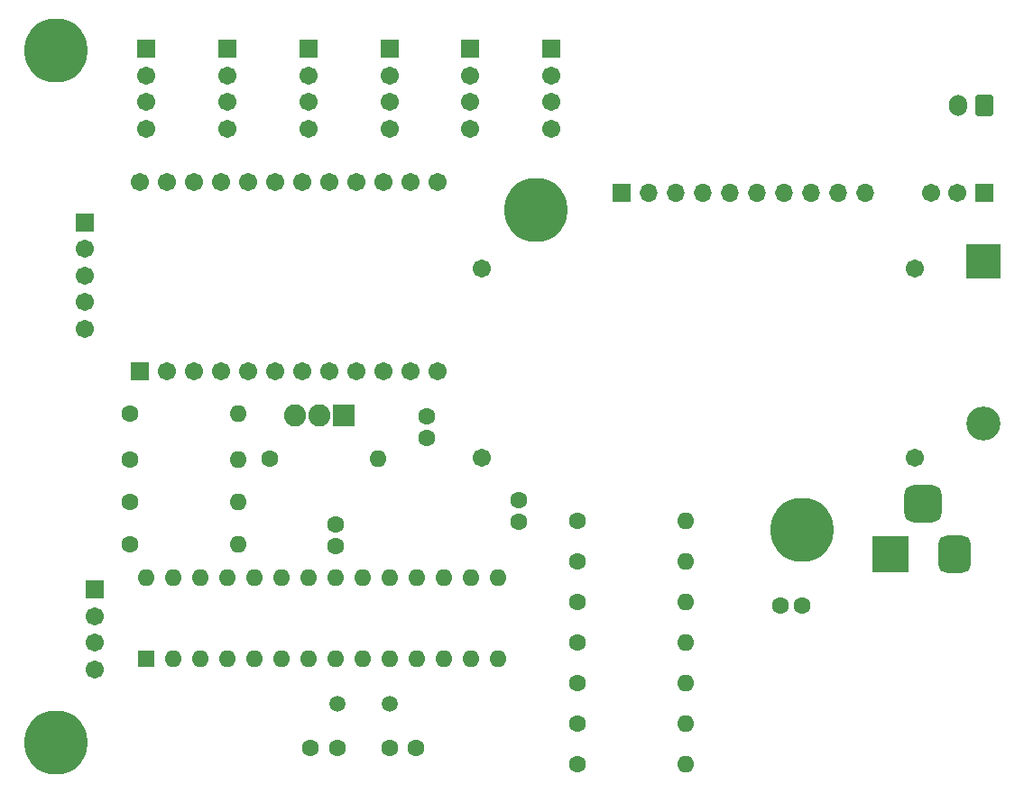
<source format=gbr>
%TF.GenerationSoftware,KiCad,Pcbnew,8.0.2*%
%TF.CreationDate,2024-12-06T15:03:26+07:00*%
%TF.ProjectId,bit-v5.1.1,6269742d-7635-42e3-912e-312e6b696361,rev?*%
%TF.SameCoordinates,Original*%
%TF.FileFunction,Soldermask,Bot*%
%TF.FilePolarity,Negative*%
%FSLAX46Y46*%
G04 Gerber Fmt 4.6, Leading zero omitted, Abs format (unit mm)*
G04 Created by KiCad (PCBNEW 8.0.2) date 2024-12-06 15:03:26*
%MOMM*%
%LPD*%
G01*
G04 APERTURE LIST*
G04 Aperture macros list*
%AMRoundRect*
0 Rectangle with rounded corners*
0 $1 Rounding radius*
0 $2 $3 $4 $5 $6 $7 $8 $9 X,Y pos of 4 corners*
0 Add a 4 corners polygon primitive as box body*
4,1,4,$2,$3,$4,$5,$6,$7,$8,$9,$2,$3,0*
0 Add four circle primitives for the rounded corners*
1,1,$1+$1,$2,$3*
1,1,$1+$1,$4,$5*
1,1,$1+$1,$6,$7*
1,1,$1+$1,$8,$9*
0 Add four rect primitives between the rounded corners*
20,1,$1+$1,$2,$3,$4,$5,0*
20,1,$1+$1,$4,$5,$6,$7,0*
20,1,$1+$1,$6,$7,$8,$9,0*
20,1,$1+$1,$8,$9,$2,$3,0*%
G04 Aperture macros list end*
%ADD10RoundRect,0.102000X0.937500X0.937500X-0.937500X0.937500X-0.937500X-0.937500X0.937500X-0.937500X0*%
%ADD11C,2.079000*%
%ADD12C,1.600000*%
%ADD13RoundRect,0.102000X0.754000X-0.754000X0.754000X0.754000X-0.754000X0.754000X-0.754000X-0.754000X0*%
%ADD14C,1.712000*%
%ADD15O,6.000000X6.000000*%
%ADD16R,1.600000X1.600000*%
%ADD17O,1.600000X1.600000*%
%ADD18RoundRect,0.250000X0.600000X0.750000X-0.600000X0.750000X-0.600000X-0.750000X0.600000X-0.750000X0*%
%ADD19O,1.700000X2.000000*%
%ADD20R,3.500000X3.500000*%
%ADD21RoundRect,0.750000X0.750000X1.000000X-0.750000X1.000000X-0.750000X-1.000000X0.750000X-1.000000X0*%
%ADD22RoundRect,0.875000X0.875000X0.875000X-0.875000X0.875000X-0.875000X-0.875000X0.875000X-0.875000X0*%
%ADD23RoundRect,0.102000X-0.754000X-0.754000X0.754000X-0.754000X0.754000X0.754000X-0.754000X0.754000X0*%
%ADD24R,1.700000X1.700000*%
%ADD25O,1.700000X1.700000*%
%ADD26C,1.500000*%
%ADD27R,3.200000X3.200000*%
%ADD28O,3.200000X3.200000*%
G04 APERTURE END LIST*
D10*
%TO.C,Q1*%
X138532500Y-102165000D03*
D11*
X136242500Y-102165000D03*
X133952500Y-102165000D03*
%TD*%
D12*
%TO.C,C4*%
X137780000Y-114410000D03*
X137780000Y-112410000D03*
%TD*%
D13*
%TO.C,J3*%
X142855000Y-67690000D03*
D14*
X142855000Y-70190000D03*
X142855000Y-72690000D03*
X142855000Y-75190000D03*
%TD*%
D15*
%TO.C,*%
X181594715Y-112900000D03*
%TD*%
D16*
%TO.C,U1*%
X120000000Y-124975000D03*
D17*
X122540000Y-124975000D03*
X125080000Y-124975000D03*
X127620000Y-124975000D03*
X130160000Y-124975000D03*
X132700000Y-124975000D03*
X135240000Y-124975000D03*
X137780000Y-124975000D03*
X140320000Y-124975000D03*
X142860000Y-124975000D03*
X145400000Y-124975000D03*
X147940000Y-124975000D03*
X150480000Y-124975000D03*
X153020000Y-124975000D03*
X153020000Y-117355000D03*
X150480000Y-117355000D03*
X147940000Y-117355000D03*
X145400000Y-117355000D03*
X142860000Y-117355000D03*
X140320000Y-117355000D03*
X137780000Y-117355000D03*
X135240000Y-117355000D03*
X132700000Y-117355000D03*
X130160000Y-117355000D03*
X127620000Y-117355000D03*
X125080000Y-117355000D03*
X122540000Y-117355000D03*
X120000000Y-117355000D03*
%TD*%
D18*
%TO.C,J9*%
X198700000Y-73000000D03*
D19*
X196200000Y-73000000D03*
%TD*%
D12*
%TO.C,R10*%
X118500000Y-110250000D03*
D17*
X128660000Y-110250000D03*
%TD*%
D12*
%TO.C,R5*%
X118500000Y-101950000D03*
D17*
X128660000Y-101950000D03*
%TD*%
D12*
%TO.C,C6*%
X137965000Y-133390000D03*
X135465000Y-133390000D03*
%TD*%
%TO.C,R11*%
X118500000Y-114250000D03*
D17*
X128660000Y-114250000D03*
%TD*%
D15*
%TO.C,*%
X111594715Y-67836685D03*
%TD*%
D12*
%TO.C,R9*%
X160480000Y-127266932D03*
D17*
X170640000Y-127266932D03*
%TD*%
D12*
%TO.C,R12*%
X131600000Y-106240000D03*
D17*
X141760000Y-106240000D03*
%TD*%
D12*
%TO.C,R2*%
X160480000Y-123452699D03*
D17*
X170640000Y-123452699D03*
%TD*%
D15*
%TO.C,*%
X156594715Y-82836685D03*
%TD*%
D12*
%TO.C,R1*%
X160480000Y-115824233D03*
D17*
X170640000Y-115824233D03*
%TD*%
D15*
%TO.C,*%
X111594715Y-132836685D03*
%TD*%
D13*
%TO.C,J1*%
X158055000Y-67690000D03*
D14*
X158055000Y-70190000D03*
X158055000Y-72690000D03*
X158055000Y-75190000D03*
%TD*%
D13*
%TO.C,J2*%
X150455000Y-67690000D03*
D14*
X150455000Y-70190000D03*
X150455000Y-72690000D03*
X150455000Y-75190000D03*
%TD*%
D12*
%TO.C,R7*%
X160480000Y-134895400D03*
D17*
X170640000Y-134895400D03*
%TD*%
D20*
%TO.C,J11*%
X189899000Y-115160000D03*
D21*
X195899000Y-115160000D03*
D22*
X192899000Y-110460000D03*
%TD*%
D13*
%TO.C,J5*%
X127655000Y-67690000D03*
D14*
X127655000Y-70190000D03*
X127655000Y-72690000D03*
X127655000Y-75190000D03*
%TD*%
D12*
%TO.C,C2*%
X155010000Y-112090000D03*
X155010000Y-110090000D03*
%TD*%
%TO.C,R3*%
X160480000Y-119638466D03*
D17*
X170640000Y-119638466D03*
%TD*%
D13*
%TO.C,J8*%
X114250000Y-84000000D03*
D14*
X114250000Y-86500000D03*
X114250000Y-89000000D03*
X114250000Y-91500000D03*
X114250000Y-94000000D03*
%TD*%
D12*
%TO.C,C3*%
X181533800Y-120000000D03*
X179533800Y-120000000D03*
%TD*%
%TO.C,C1*%
X146360000Y-104220000D03*
X146360000Y-102220000D03*
%TD*%
%TO.C,R6*%
X118500000Y-106250000D03*
D17*
X128660000Y-106250000D03*
%TD*%
D12*
%TO.C,R4*%
X160480000Y-112010000D03*
D17*
X170640000Y-112010000D03*
%TD*%
D13*
%TO.C,J7*%
X115163600Y-118500000D03*
D14*
X115163600Y-121000000D03*
X115163600Y-123500000D03*
X115163600Y-126000000D03*
%TD*%
D13*
%TO.C,J6*%
X120055000Y-67690000D03*
D14*
X120055000Y-70190000D03*
X120055000Y-72690000D03*
X120055000Y-75190000D03*
%TD*%
D23*
%TO.C,J10*%
X198660000Y-81250000D03*
D14*
X196160000Y-81250000D03*
X193660000Y-81250000D03*
%TD*%
D12*
%TO.C,R8*%
X160480000Y-131070000D03*
D17*
X170640000Y-131070000D03*
%TD*%
D12*
%TO.C,C5*%
X145360000Y-133380000D03*
X142860000Y-133380000D03*
%TD*%
D24*
%TO.C,U6*%
X164640000Y-81250000D03*
D25*
X167180000Y-81250000D03*
X169720000Y-81250000D03*
X172260000Y-81250000D03*
X174800000Y-81250000D03*
X177340000Y-81250000D03*
X179880000Y-81250000D03*
X182420000Y-81250000D03*
X184960000Y-81250000D03*
X187500000Y-81250000D03*
%TD*%
D26*
%TO.C,Y1*%
X142860000Y-129250000D03*
X137980000Y-129250000D03*
%TD*%
D13*
%TO.C,U3*%
X119466500Y-98030000D03*
D14*
X122006500Y-98030000D03*
X124546500Y-98030000D03*
X127086500Y-98030000D03*
X129626500Y-98030000D03*
X132166500Y-98030000D03*
X134706500Y-98030000D03*
X137246500Y-98030000D03*
X139786500Y-98030000D03*
X142326500Y-98030000D03*
X144866500Y-98030000D03*
X147406500Y-98030000D03*
X147406500Y-80250000D03*
X144866500Y-80250000D03*
X142326500Y-80250000D03*
X139786500Y-80250000D03*
X137246500Y-80250000D03*
X134706500Y-80250000D03*
X132166500Y-80250000D03*
X129626500Y-80250000D03*
X127086500Y-80250000D03*
X124546500Y-80250000D03*
X122006500Y-80250000D03*
X119466500Y-80250000D03*
%TD*%
%TO.C,U5*%
X192170000Y-106140000D03*
X192170000Y-88360000D03*
X151530000Y-88360000D03*
X151530000Y-106140000D03*
%TD*%
D27*
%TO.C,D1*%
X198560000Y-87671685D03*
D28*
X198560000Y-102911685D03*
%TD*%
D13*
%TO.C,J4*%
X135255000Y-67690000D03*
D14*
X135255000Y-70190000D03*
X135255000Y-72690000D03*
X135255000Y-75190000D03*
%TD*%
M02*

</source>
